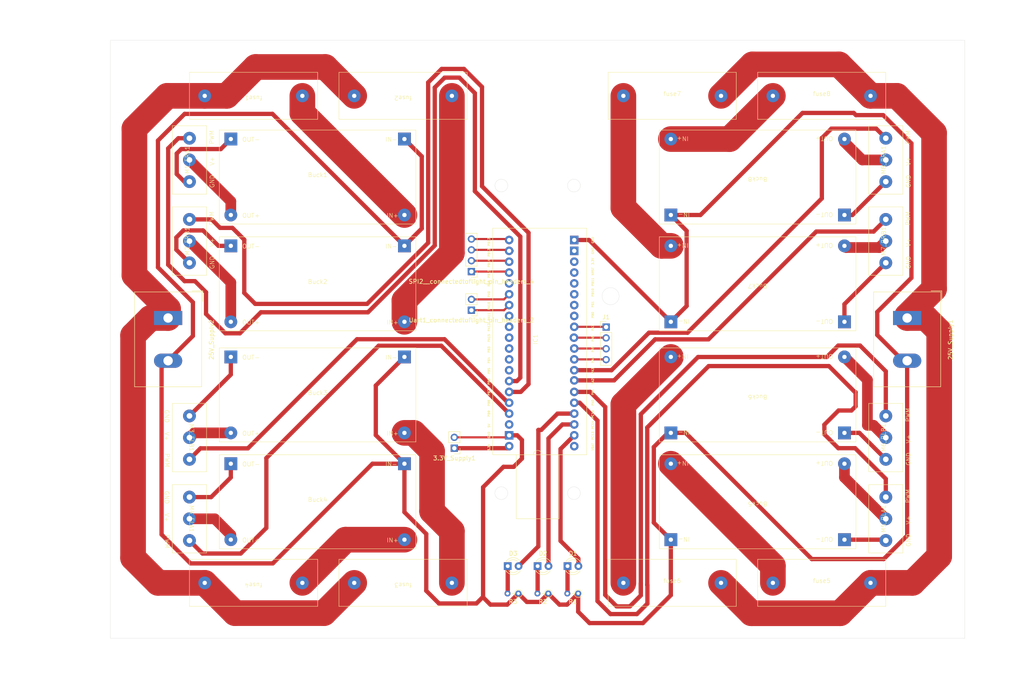
<source format=kicad_pcb>
(kicad_pcb (version 20240108) (generator "pcbnew") (generator_version "8.0")
  (layers (0 "F.Cu" signal) (31 "B.Cu" signal) (34 "B.Paste" user) (35 "F.Paste" user) (36 "B.SilkS" user "B.Silkscreen") (37 "F.SilkS" user "F.Silkscreen") (38 "B.Mask" user) (39 "F.Mask" user) (44 "Edge.Cuts" user))
  (net 0 "")
  (net 1 "GND")
  (net 2 "3.3V")
  (net 3 "Net-(Buck1-OUT+)")
  (net 4 "Net-(Buck1-OUT-)")
  (net 5 "Net-(Buck1-IN+)")
  (net 6 "Net-(Buck2-OUT+)")
  (net 7 "Net-(Buck2-IN+)")
  (net 8 "Net-(Buck2-OUT-)")
  (net 9 "Net-(Buck3-IN+)")
  (net 10 "Net-(Buck3-OUT-)")
  (net 11 "Net-(Buck3-OUT+)")
  (net 12 "Net-(Buck4-OUT-)")
  (net 13 "Net-(Buck4-OUT+)")
  (net 14 "Net-(Buck4-IN+)")
  (net 15 "Net-(Buck5-OUT+)")
  (net 16 "Net-(Buck5-IN+)")
  (net 17 "Net-(Buck5-OUT-)")
  (net 18 "Net-(Buck6-IN+)")
  (net 19 "Net-(Buck6-OUT-)")
  (net 20 "Net-(Buck6-OUT+)")
  (net 21 "Net-(Buck7-OUT+)")
  (net 22 "Net-(Buck7-IN+)")
  (net 23 "Net-(Buck7-OUT-)")
  (net 24 "Net-(Buck8-IN+)")
  (net 25 "Net-(Buck8-OUT+)")
  (net 26 "Net-(Buck8-OUT-)")
  (net 27 "Net-(D1-K)")
  (net 28 "LED1")
  (net 29 "Net-(D2-K)")
  (net 30 "LED2")
  (net 31 "LED3")
  (net 32 "Net-(D3-K)")
  (net 36 "BLA")
  (net 38 "/Tx")
  (net 39 "/Rx")
  (net 40 "BRB")
  (net 41 "/SPI2_NSS")
  (net 42 "/SPI2_SCK")
  (net 44 "FLA")
  (net 45 "FRA")
  (net 46 "/SPI2_MISO")
  (net 48 "BRA")
  (net 51 "FLB")
  (net 54 "/SPI1_SCK")
  (net 55 "FRB")
  (net 61 "BLB")
  (net 62 "/SPI1_MOSI")
  (net 63 "/SPI1_MISO")
  (net 64 "/SPI1_NSS")
  (net 65 "/SPI2_MOSI")
  (net 67 "25V1")
  (net 68 "25V2")
  (footprint "M4_PCB:Servo" (layer "F.Cu") (at 67 63 90)
    (property "Reference" "M1_FRA1")
    (property "Value" "Motor_Servo")
  )
  (footprint "M4_PCB:Fuse_Holder" (layer "F.Cu") (at 117 162 180)
    (property "Reference" "fuse3")
    (property "Value" "~")
  )
  (footprint "M4_PCB:LM2596HVS" (layer "F.Cu") (at 200 92 180)
    (property "Reference" "Buck7")
    (property "Value" "~")
  )
  (footprint "M4_PCB:LM2596HVS" (layer "F.Cu") (at 200 118 180)
    (property "Reference" "Buck6")
    (property "Value" "~")
  )
  (footprint "M4_PCB:LM2596HVS" (layer "F.Cu") (at 97 92)
    (property "Reference" "Buck2")
    (property "Value" "~")
  )
  (footprint "Resistor_THT:R_Axial_DIN0204_L3.6mm_D1.6mm_P2.54mm_Vertical" (layer "F.Cu") (at 157.995 164.49 180)
    (property "Reference" "R1")
    (property "Value" "R")
  )
  (footprint "M4_PCB:Servo" (layer "F.Cu") (at 67 82 90)
    (property "Reference" "M2_FRB1")
    (property "Value" "Motor_Servo")
  )
  (footprint "Resistor_THT:R_Axial_DIN0204_L3.6mm_D1.6mm_P2.54mm_Vertical" (layer "F.Cu") (at 143.995 164.49 180)
    (property "Reference" "R3")
    (property "Value" "R")
  )
  (footprint "Resistor_THT:R_Axial_DIN0204_L3.6mm_D1.6mm_P2.54mm_Vertical" (layer "F.Cu") (at 150.995 164.49 180)
    (property "Reference" "R2")
    (property "Value" "R")
  )
  (footprint "Connector_PinHeader_2.54mm:PinHeader_1x02_P2.54mm_Vertical" (layer "F.Cu") (at 129 130.475 180)
    (property "Reference" "3.3V_Supply1")
    (property "Value" "Screw_Terminal_01x02")
  )
  (footprint "LED_THT:LED_D3.0mm" (layer "F.Cu") (at 148.5 158.08)
    (property "Reference" "D2")
    (property "Value" "LED")
  )
  (footprint "LED_THT:LED_D3.0mm" (layer "F.Cu") (at 141.5 158.08)
    (property "Reference" "D3")
    (property "Value" "LED")
  )
  (footprint "M4_PCB:Servo" (layer "F.Cu") (at 230 63 90)
    (property "Reference" "M8_BRA1")
    (property "Value" "Motor_Servo")
  )
  (footprint "M4_PCB:Servo" (layer "F.Cu") (at 230 147 90)
    (property "Reference" "M5_BLA1")
    (property "Value" "Motor_Servo")
  )
  (footprint "TerminalBlock_Dinkle:TerminalBlock_Dinkle_DT-55-B01X-02_P10.00mm" (layer "F.Cu") (at 62 100 -90)
    (property "Reference" "25V_Supply2")
    (property "Value" "Screw_Terminal_01x02")
  )
  (footprint "M4_PCB:LM2596HVS" (layer "F.Cu") (at 97 118)
    (property "Reference" "Buck3")
    (property "Value" "~")
  )
  (footprint "M4_PCB:Fuse_Holder" (layer "F.Cu") (at 82 48 180)
    (property "Reference" "fuse1")
    (property "Value" "~")
  )
  (footprint "M4_PCB:Fuse_Holder" (layer "F.Cu") (at 215 162)
    (property "Reference" "fuse5")
    (property "Value" "~")
  )
  (footprint "M4_PCB:Fuse_Holder" (layer "F.Cu") (at 180 162)
    (property "Reference" "fuse6")
    (property "Value" "~")
  )
  (footprint "M4_PCB:Fuse_Holder" (layer "F.Cu") (at 180 48)
    (property "Reference" "fuse7")
    (property "Value" "~")
  )
  (footprint "M4_PCB:LM2596HVS" (layer "F.Cu") (at 97 67)
    (property "Reference" "Buck1")
    (property "Value" "~")
  )
  (footprint "LED_THT:LED_D3.0mm" (layer "F.Cu") (at 155.5 158.08)
    (property "Reference" "D1")
    (property "Value" "LED")
  )
  (footprint "TerminalBlock_Dinkle:TerminalBlock_Dinkle_DT-55-B01X-02_P10.00mm" (layer "F.Cu") (at 235 100 -90)
    (property "Reference" "25V_Supply1")
    (property "Value" "Screw_Terminal_01x02")
  )
  (footprint "Connector_PinHeader_2.54mm:PinHeader_1x04_P2.54mm_Vertical" (layer "F.Cu") (at 133 89.13 180)
    (property "Reference" "SPI2__connectedtoflight_pin_headers_4")
    (property "Value" "Screw_Terminal_01x04")
  )
  (footprint "M4_PCB:Servo" (layer "F.Cu") (at 230 128 90)
    (property "Reference" "M6_BLB1")
    (property "Value" "Motor_Servo")
  )
  (footprint "M4_PCB:LM2596HVS" (layer "F.Cu") (at 200 67 180)
    (property "Reference" "Buck8")
    (property "Value" "~")
  )
  (footprint "Connector_PinHeader_2.54mm:PinHeader_1x04_P2.54mm_Vertical" (layer "F.Cu") (at 164.53 102.12)
    (property "Reference" "J1")
    (property "Value" "Screw_Terminal_01x04")
  )
  (footprint "M4_PCB:Servo" (layer "F.Cu") (at 67 128 -90)
    (property "Reference" "M3_FLB1")
    (property "Value" "Motor_Servo")
  )
  (footprint "M4_PCB:Servo" (layer "F.Cu") (at 230 82 90)
    (property "Reference" "M7_BRB1")
    (property "Value" "Motor_Servo")
  )
  (footprint "Connector_PinHeader_2.54mm:PinHeader_1x02_P2.54mm_Vertical" (layer "F.Cu") (at 133 98.175 180)
    (property "Reference" "Uart1_connectedtoflight_pin_headers_2")
    (property "Value" "Screw_Terminal_01x02")
  )
  (footprint "M4_PCB:Fuse_Holder" (layer "F.Cu") (at 82 162 180)
    (property "Reference" "fuse4")
    (property "Value" "~")
  )
  (footprint "M4_PCB:Fuse_Holder" (layer "F.Cu") (at 117 48 180)
    (property "Reference" "fuse2")
    (property "Value" "~")
  )
  (footprint "M4_PCB:LM2596HVS" (layer "F.Cu") (at 97 143)
    (property "Reference" "Buck4")
    (property "Value" "~")
  )
  (footprint "M4_PCB:LM2596HVS" (layer "F.Cu") (at 200 143 180)
    (property "Reference" "Buck5")
    (property "Value" "~")
  )
  (footprint "M4_PCB:blue_pill" (layer "F.Cu") (at 148.5 105 90)
    (property "Reference" "IC1")
    (property "Value" "~")
  )
  (footprint "M4_PCB:Fuse_Holder" (layer "F.Cu") (at 215 48)
    (property "Reference" "fuse8")
    (property "Value" "~")
  )
  (footprint "M4_PCB:Servo" (layer "F.Cu") (at 67 147 -90)
    (property "Reference" "M4_FLA1")
    (property "Value" "Motor_Servo")
  )
  (gr_circle (center 157 69) (end 158.5 69) (stroke (width 0.05)) (fill none) (layer "Edge.Cuts"))
  (gr_circle (center 157 141) (end 158.5 141) (stroke (width 0.05)) (fill none) (layer "Edge.Cuts"))
  (gr_circle (center 165.572843 94.89) (end 167.572843 94.89) (stroke (width 0.05)) (fill none) (layer "Edge.Cuts"))
  (gr_circle (center 140 69) (end 141.5 69) (stroke (width 0.05)) (fill none) (layer "Edge.Cuts"))
  (gr_circle (center 140 141) (end 141.5 141) (stroke (width 0.05)) (fill none) (layer "Edge.Cuts"))
  (gr_rect (start 48.5 35) (end 248.5 175) (stroke (width 0.05)) (fill none) (layer "Edge.Cuts"))
  (segment (start 179.68 100.89) (end 160.53 81.74) (width 1) (layer "F.Cu") (net 1))
  (segment (start 210.5 52) (end 222.5 52) (width 1) (layer "F.Cu") (net 1))
  (segment (start 59.63 58.46) (end 65.87 52.22) (width 1) (layer "F.Cu") (net 1))
  (segment (start 235 110.98) (end 235 150.94) (width 1) (layer "F.Cu") (net 1))
  (segment (start 186.61 75.89) (end 210.5 52) (width 1) (layer "F.Cu") (net 1))
  (segment (start 236 59.13) (end 236 90.59) (width 1) (layer "F.Cu") (net 1))
  (segment (start 228 103.98) (end 235 110.98) (width 1) (layer "F.Cu") (net 1))
  (segment (start 125.4 166.82) (end 134.17 166.82) (width 1) (layer "F.Cu") (net 1))
  (segment (start 155.395 167.09) (end 157.995 164.49) (width 1) (layer "F.Cu") (net 1))
  (segment (start 160.64 171.41) (end 157.995 168.765) (width 1) (layer "F.Cu") (net 1))
  (segment (start 144.83 132.9) (end 144.83 128.56) (width 1) (layer "F.Cu") (net 1))
  (segment (start 121.38 79.05) (end 121.38 62.17) (width 1) (layer "F.Cu") (net 1))
  (segment (start 59.63 88.15) (end 59.63 58.46) (width 1) (layer "F.Cu") (net 1))
  (segment (start 62 110) (end 60.47 111.53) (width 1) (layer "F.Cu") (net 1))
  (segment (start 134.17 166.82) (end 135.73 165.26) (width 1) (layer "F.Cu") (net 1))
  (segment (start 117.32 83.11) (end 121.38 79.05) (width 1) (layer "F.Cu") (net 1))
  (segment (start 86.43 52.22) (end 117.32 83.11) (width 1) (layer "F.Cu") (net 1))
  (segment (start 143.995 164.49) (end 144 164.49) (width 1) (layer "F.Cu") (net 1))
  (segment (start 183.38 79.59) (end 183.38 97.19) (width 1) (layer "F.Cu") (net 1))
  (segment (start 137.44 167.09) (end 141.395 167.09) (width 1) (layer "F.Cu") (net 1))
  (segment (start 109.84 134.11) (end 117.32 134.11) (width 1) (layer "F.Cu") (net 1))
  (segment (start 229.51 156.43) (end 212.67 156.43) (width 1) (layer "F.Cu") (net 1))
  (segment (start 135.73 139.61) (end 140.5 134.84) (width 1) (layer "F.Cu") (net 1))
  (segment (start 222.5 52) (end 223 52.5) (width 1) (layer "F.Cu") (net 1))
  (segment (start 183.13 126.89) (end 179.68 126.89) (width 1) (layer "F.Cu") (net 1))
  (segment (start 117.32 134.11) (end 117.32 145.44) (width 1) (layer "F.Cu") (net 1))
  (segment (start 60.47 111.53) (end 60.47 150.67) (width 1) (layer "F.Cu") (net 1))
  (segment (start 122.43 163.85) (end 125.4 166.82) (width 1) (layer "F.Cu") (net 1))
  (segment (start 67.81 96.33) (end 59.63 88.15) (width 1) (layer "F.Cu") (net 1))
  (segment (start 235 150.94) (end 229.51 156.43) (width 1) (layer "F.Cu") (net 1))
  (segment (start 117.32 134.11) (end 110.62 127.41) (width 1) (layer "F.Cu") (net 1))
  (segment (start 173.15 171.41) (end 160.64 171.41) (width 1) (layer "F.Cu") (net 1))
  (segment (start 143.73 127.46) (end 141.83 127.46) (width 1) (layer "F.Cu") (net 1))
  (segment (start 135.73 165.38) (end 137.44 167.09) (width 1) (layer "F.Cu") (net 1))
  (segment (start 67.24 157.44) (end 86.51 157.44) (width 1) (layer "F.Cu") (net 1))
  (segment (start 141.395 167.09) (end 143.995 164.49) (width 1) (layer "F.Cu") (net 1))
  (segment (start 223 52.5) (end 229.37 52.5) (width 1) (layer "F.Cu") (net 1))
  (segment (start 160.53 81.74) (end 157.07 81.74) (width 1) (layer "F.Cu") (net 1))
  (segment (start 145.975 166.465) (end 149.02 166.465) (width 1) (layer "F.Cu") (net 1))
  (segment (start 212.67 156.43) (end 183.13 126.89) (width 1) (layer "F.Cu") (net 1))
  (segment (start 135.73 165.26) (end 135.73 139.61) (width 1) (layer "F.Cu") (net 1))
  (segment (start 144 164.49) (end 145.975 166.465) (width 1) (layer "F.Cu") (net 1))
  (segment (start 60.47 150.67) (end 67.24 157.44) (width 1) (layer "F.Cu") (net 1))
  (segment (start 236 90.59) (end 228 98.59) (width 1) (layer "F.Cu") (net 1))
  (segment (start 140.5 134.84) (end 142.89 134.84) (width 1) (layer "F.Cu") (net 1))
  (segment (start 86.51 157.44) (end 109.84 134.11) (width 1) (layer "F.Cu") (net 1))
  (segment (start 141.85 127.44) (end 141.83 127.46) (width 1) (layer "F.Cu") (net 1))
  (segment (start 142.89 134.84) (end 144.83 132.9) (width 1) (layer "F.Cu") (net 1))
  (segment (start 110.62 127.41) (end 110.62 115.81) (width 1) (layer "F.Cu") (net 1))
  (segment (start 110.62 115.81) (end 117.32 109.11) (width 1) (layer "F.Cu") (net 1))
  (segment (start 62 110) (end 67.81 104.19) (width 1) (layer "F.Cu") (net 1))
  (segment (start 67.81 104.19) (end 67.81 96.33) (width 1) (layer "F.Cu") (net 1))
  (segment (start 129 127.935) (end 141.355 127.935) (width 0.5) (layer "F.Cu") (net 1))
  (segment (start 179.68 75.89) (end 186.61 75.89) (width 1) (layer "F.Cu") (net 1))
  (segment (start 157.995 168.765) (end 157.995 164.49) (width 1) (layer "F.Cu") (net 1))
  (segment (start 141.355 127.935) (end 141.83 127.46) (width 0.5) (layer "F.Cu") (net 1))
  (segment (start 135.73 165.26) (end 135.73 165.38) (width 1) (layer "F.Cu") (net 1))
  (segment (start 179 126.89) (end 175.7 130.19) (width 1) (layer "F.Cu") (net 1))
  (segment (start 179.68 151.89) (end 179.68 164.88) (width 1) (layer "F.Cu") (net 1))
  (segment (start 179.68 75.89) (end 183.38 79.59) (width 1) (layer "F.Cu") (net 1))
  (segment (start 121.38 62.17) (end 117.32 58.11) (width 1) (layer "F.Cu") (net 1))
  (segment (start 229.37 52.5) (end 236 59.13) (width 1) (layer "F.Cu") (net 1))
  (segment (start 122.43 150.55) (end 122.43 163.85) (width 1) (layer "F.Cu") (net 1))
  (segment (start 150.995 164.49) (end 153.595 167.09) (width 1) (layer "F.Cu") (net 1))
  (segment (start 179.68 164.88) (end 173.15 171.41) (width 1) (layer "F.Cu") (net 1))
  (segment (start 183.38 97.19) (end 179.68 100.89) (width 1) (layer "F.Cu") (net 1))
  (segment (start 149.02 166.465) (end 150.995 164.49) (width 1) (layer "F.Cu") (net 1))
  (segment (start 179.68 126.89) (end 179 126.89) (width 1) (layer "F.Cu") (net 1))
  (segment (start 175.7 130.19) (end 175.7 147.91) (width 1) (layer "F.Cu") (net 1))
  (segment (start 144.83 128.56) (end 143.73 127.46) (width 1) (layer "F.Cu") (net 1))
  (segment (start 65.87 52.22) (end 86.43 52.22) (width 1) (layer "F.Cu") (net 1))
  (segment (start 228 98.59) (end 228 103.98) (width 1) (layer "F.Cu") (net 1))
  (segment (start 153.595 167.09) (end 155.395 167.09) (width 1) (layer "F.Cu") (net 1))
  (segment (start 175.7 147.91) (end 179.68 151.89) (width 1) (layer "F.Cu") (net 1))
  (segment (start 117.32 145.44) (end 122.43 150.55) (width 1) (layer "F.Cu") (net 1))
  (segment (start 141.355 130.475) (end 141.83 130) (width 1) (layer "F.Cu") (net 2))
  (segment (start 129 130.475) (end 141.355 130.475) (width 1) (layer "F.Cu") (net 2))
  (segment (start 76.68 75.89) (end 76.68 72.68) (width 2.5) (layer "F.Cu") (net 3))
  (segment (start 76.68 72.68) (end 67 63) (width 2.5) (layer "F.Cu") (net 3))
  (segment (start 65.08 60.45) (end 64.02 61.51) (width 1) (layer "F.Cu") (net 4))
  (segment (start 74.34 60.45) (end 65.08 60.45) (width 1) (layer "F.Cu") (net 4))
  (segment (start 64.02 61.51) (end 64.02 66.3) (width 1) (layer "F.Cu") (net 4))
  (segment (start 65.8 68.08) (end 67 68.08) (width 1) (layer "F.Cu") (net 4))
  (segment (start 76.68 58.11) (end 74.34 60.45) (width 1) (layer "F.Cu") (net 4))
  (segment (start 64.02 66.3) (end 65.8 68.08) (width 1) (layer "F.Cu") (net 4))
  (segment (start 93.43 48) (end 93.43 52) (width 6) (layer "F.Cu") (net 5))
  (segment (start 93.43 52) (end 117.32 75.89) (width 6) (layer "F.Cu") (net 5))
  (segment (start 76.68 91.68) (end 67 82) (width 2.5) (layer "F.Cu") (net 6))
  (segment (start 76.68 100.89) (end 76.68 91.68) (width 2.5) (layer "F.Cu") (net 6))
  (segment (start 128.43 84.78) (end 117.32 95.89) (width 6) (layer "F.Cu") (net 7))
  (segment (start 117.32 95.89) (end 117.32 100.89) (width 6) (layer "F.Cu") (net 7))
  (segment (start 128.43 48) (end 128.43 84.78) (width 6) (layer "F.Cu") (net 7))
  (segment (start 65.57 79.5) (end 63.93 81.14) (width 1) (layer "F.Cu") (net 8))
  (segment (start 63.93 84.01) (end 67 87.08) (width 1) (layer "F.Cu") (net 8))
  (segment (start 63.93 81.14) (end 63.93 84.01) (width 1) (layer "F.Cu") (net 8))
  (segment (start 70.17 79.5) (end 65.57 79.5) (width 1) (layer "F.Cu") (net 8))
  (segment (start 73.78 83.11) (end 70.17 79.5) (width 1) (layer "F.Cu") (net 8))
  (segment (start 76.68 83.11) (end 73.78 83.11) (width 1) (layer "F.Cu") (net 8))
  (segment (start 119.5 126.89) (end 117.32 126.89) (width 6) (layer "F.Cu") (net 9))
  (segment (start 128.43 162) (end 128.43 149.88) (width 6) (layer "F.Cu") (net 9))
  (segment (start 123.79 131.18) (end 119.5 126.89) (width 6) (layer "F.Cu") (net 9))
  (segment (start 128.43 149.88) (end 123.79 145.24) (width 6) (layer "F.Cu") (net 9))
  (segment (start 123.79 145.24) (end 123.79 131.18) (width 6) (layer "F.Cu") (net 9))
  (segment (start 76.68 109.11) (end 76.68 113.24) (width 1) (layer "F.Cu") (net 10))
  (segment (start 76.68 113.24) (end 67 122.92) (width 1) (layer "F.Cu") (net 10))
  (segment (start 76.68 126.89) (end 68.11 126.89) (width 2.5) (layer "F.Cu") (net 11))
  (segment (start 68.11 126.89) (end 67 128) (width 2.5) (layer "F.Cu") (net 11))
  (segment (start 76.68 134.11) (end 76.68 137.32) (width 1) (layer "F.Cu") (net 12))
  (segment (start 76.68 137.32) (end 72.08 141.92) (width 1) (layer "F.Cu") (net 12))
  (segment (start 72.08 141.92) (end 67 141.92) (width 1) (layer "F.Cu") (net 12))
  (segment (start 76.68 150.77) (end 72.91 147) (width 2.5) (layer "F.Cu") (net 13))
  (segment (start 76.68 151.89) (end 76.68 150.77) (width 2.5) (layer "F.Cu") (net 13))
  (segment (start 72.91 147) (end 67 147) (width 2.5) (layer "F.Cu") (net 13))
  (segment (start 103.54 151.89) (end 117.32 151.89) (width 6) (layer "F.Cu") (net 14))
  (segment (start 93.43 162) (end 103.54 151.89) (width 6) (layer "F.Cu") (net 14))
  (segment (start 220.32 137.32) (end 230 147) (width 2.5) (layer "F.Cu") (net 15))
  (segment (start 220.32 134.11) (end 220.32 137.32) (width 2.5) (layer "F.Cu") (net 15))
  (segment (start 203.57 158) (end 179.68 134.11) (width 6) (layer "F.Cu") (net 16))
  (segment (start 203.57 162) (end 203.57 158) (width 6) (layer "F.Cu") (net 16))
  (segment (start 229.81 151.89) (end 230 152.08) (width 1) (layer "F.Cu") (net 17))
  (segment (start 220.32 151.89) (end 229.81 151.89) (width 1) (layer "F.Cu") (net 17))
  (segment (start 168.57 120.22) (end 179.68 109.11) (width 6) (layer "F.Cu") (net 18))
  (segment (start 168.57 162) (end 168.57 120.22) (width 6) (layer "F.Cu") (net 18))
  (segment (start 220.32 126.89) (end 223.81 126.89) (width 1) (layer "F.Cu") (net 19))
  (segment (start 223.81 126.89) (end 230 133.08) (width 1) (layer "F.Cu") (net 19))
  (segment (start 225.7 125.11) (end 227.11 125.11) (width 2.5) (layer "F.Cu") (net 20))
  (segment (start 220.32 109.11) (end 225.7 114.49) (width 2.5) (layer "F.Cu") (net 20))
  (segment (start 225.7 114.49) (end 225.7 125.11) (width 2.5) (layer "F.Cu") (net 20))
  (segment (start 227.11 125.11) (end 230 128) (width 2.5) (layer "F.Cu") (net 20))
  (segment (start 220.71 83.5) (end 228.5 83.5) (width 2.5) (layer "F.Cu") (net 21))
  (segment (start 220.32 83.11) (end 220.71 83.5) (width 2.5) (layer "F.Cu") (net 21))
  (segment (start 228.5 83.5) (end 230 82) (width 2.5) (layer "F.Cu") (net 21))
  (segment (start 168.57 48) (end 168.57 74.18) (width 6) (layer "F.Cu") (net 22))
  (segment (start 177.5 83.11) (end 179.68 83.11) (width 6) (layer "F.Cu") (net 22))
  (segment (start 168.57 74.18) (end 177.5 83.11) (width 6) (layer "F.Cu") (net 22))
  (segment (start 220.32 100.89) (end 220.32 96.76) (width 1) (layer "F.Cu") (net 23))
  (segment (start 220.32 96.76) (end 230 87.08) (width 1) (layer "F.Cu") (net 23))
  (segment (start 203.57 48) (end 193.46 58.11) (width 6) (layer "F.Cu") (net 24))
  (segment (start 193.46 58.11) (end 179.68 58.11) (width 6) (layer "F.Cu") (net 24))
  (segment (start 220.32 58.11) (end 220.32 58.82) (width 2.5) (layer "F.Cu") (net 25))
  (segment (start 220.32 58.82) (end 224.5 63) (width 2.5) (layer "F.Cu") (net 25))
  (segment (start 224.5 63) (end 230 63) (width 2.5) (layer "F.Cu") (net 25))
  (segment (start 220.32 75.89) (end 222.19 75.89) (width 1) (layer "F.Cu") (net 26))
  (segment (start 222.19 75.89) (end 230 68.08) (width 1) (layer "F.Cu") (net 26))
  (segment (start 155.5 164.445) (end 155.455 164.49) (width 1) (layer "F.Cu") (net 27))
  (segment (start 155.5 158.08) (end 155.5 164.445) (width 1) (layer "F.Cu") (net 27))
  (segment (start 153.86 130.67) (end 157.07 127.46) (width 1) (layer "F.Cu") (net 28))
  (segment (start 158.04 156.35) (end 153.86 152.17) (width 1) (layer "F.Cu") (net 28))
  (segment (start 158.04 158.08) (end 158.04 156.35) (width 1) (layer "F.Cu") (net 28))
  (segment (start 153.86 152.17) (end 153.86 130.67) (width 1) (layer "F.Cu") (net 28))
  (segment (start 148.5 164.445) (end 148.455 164.49) (width 1) (layer "F.Cu") (net 29))
  (segment (start 148.5 158.08) (end 148.5 164.445) (width 1) (layer "F.Cu") (net 29))
  (segment (start 157.07 124.92) (end 154.3 124.92) (width 1) (layer "F.Cu") (net 30))
  (segment (start 154.3 124.92) (end 151.04 128.18) (width 1) (layer "F.Cu") (net 30))
  (segment (start 151.04 128.18) (end 151.04 158.08) (width 1) (layer "F.Cu") (net 30))
  (segment (start 148.67 126.2) (end 149.34 126.2) (width 1) (layer "F.Cu") (net 31))
  (segment (start 144.04 158.08) (end 148.67 153.45) (width 1) (layer "F.Cu") (net 31))
  (segment (start 148.67 153.45) (end 148.67 126.2) (width 1) (layer "F.Cu") (net 31))
  (segment (start 153.16 122.38) (end 157.07 122.38) (width 1) (layer "F.Cu") (net 31))
  (segment (start 149.34 126.2) (end 153.16 122.38) (width 1) (layer "F.Cu") (net 31))
  (segment (start 141.5 164.445) (end 141.455 164.49) (width 1) (layer "F.Cu") (net 32))
  (segment (start 141.5 158.08) (end 141.5 164.445) (width 1) (layer "F.Cu") (net 32))
  (segment (start 221.96 121.65) (end 218.94 121.65) (width 1) (layer "F.Cu") (net 36))
  (segment (start 171.74 169.3) (end 174.2 166.84) (width 1) (layer "F.Cu") (net 36))
  (segment (start 222.78 117.36) (end 222.93 117.36) (width 1) (layer "F.Cu") (net 36))
  (segment (start 218.94 121.65) (end 215.62 124.97) (width 1) (layer "F.Cu") (net 36))
  (segment (start 222.82 130.47) (end 230 137.65) (width 1) (layer "F.Cu") (net 36))
  (segment (start 222.93 117.36) (end 222.93 120.68) (width 1) (layer "F.Cu") (net 36))
  (segment (start 222.93 120.68) (end 221.96 121.65) (width 1) (layer "F.Cu") (net 36))
  (segment (start 174.2 162.512944) (end 174.16 162.472944) (width 1) (layer "F.Cu") (net 36))
  (segment (start 230 137.65) (end 230 141.92) (width 1) (layer "F.Cu") (net 36))
  (segment (start 188.54 111.25) (end 216.67 111.25) (width 1) (layer "F.Cu") (net 36))
  (segment (start 215.62 124.97) (end 215.62 127.21) (width 1) (layer "F.Cu") (net 36))
  (segment (start 216.67 111.25) (end 222.78 117.36) (width 1) (layer "F.Cu") (net 36))
  (segment (start 162.51 124.01) (end 162.51 166.26) (width 1) (layer "F.Cu") (net 36))
  (segment (start 215.62 127.21) (end 218.88 130.47) (width 1) (layer "F.Cu") (net 36))
  (segment (start 157.07 119.84) (end 158.34 119.84) (width 1) (layer "F.Cu") (net 36))
  (segment (start 158.34 119.84) (end 162.51 124.01) (width 1) (layer "F.Cu") (net 36))
  (segment (start 174.16 125.63) (end 188.54 111.25) (width 1) (layer "F.Cu") (net 36))
  (segment (start 174.16 162.472944) (end 174.16 125.63) (width 1) (layer "F.Cu") (net 36))
  (segment (start 162.51 166.26) (end 165.55 169.3) (width 1) (layer "F.Cu") (net 36))
  (segment (start 174.2 166.84) (end 174.2 162.512944) (width 1) (layer "F.Cu") (net 36))
  (segment (start 165.55 169.3) (end 171.74 169.3) (width 1) (layer "F.Cu") (net 36))
  (segment (start 218.88 130.47) (end 222.82 130.47) (width 1) (layer "F.Cu") (net 36))
  (segment (start 133 95.635) (end 140.635 95.635) (width 0.5) (layer "F.Cu") (net 38))
  (segment (start 140.635 95.635) (end 141.83 94.44) (width 0.5) (layer "F.Cu") (net 38))
  (segment (start 133 98.175) (end 140.635 98.175) (width 0.5) (layer "F.Cu") (net 39))
  (segment (start 140.635 98.175) (end 141.83 96.98) (width 0.5) (layer "F.Cu") (net 39))
  (segment (start 176 105) (end 188.482944 105) (width 1) (layer "F.Cu") (net 40))
  (segment (start 188.482944 105) (end 213.722944 79.76) (width 1) (layer "F.Cu") (net 40))
  (segment (start 227.16 79.76) (end 230 76.92) (width 1) (layer "F.Cu") (net 40))
  (segment (start 166.4 114.6) (end 176 105) (width 1) (layer "F.Cu") (net 40))
  (segment (start 213.722944 79.76) (end 227.16 79.76) (width 1) (layer "F.Cu") (net 40))
  (segment (start 157.07 114.6) (end 166.4 114.6) (width 1) (layer "F.Cu") (net 40))
  (segment (start 141.6 81.51) (end 141.83 81.74) (width 0.5) (layer "F.Cu") (net 41))
  (segment (start 133 81.51) (end 141.6 81.51) (width 0.5) (layer "F.Cu") (net 41))
  (segment (start 133 84.05) (end 142.42 84.05) (width 0.5) (layer "F.Cu") (net 42))
  (segment (start 142.42 84.05) (end 142.65 84.28) (width 0.5) (layer "F.Cu") (net 42))
  (segment (start 142.65 84.28) (end 141.83 84.28) (width 0.5) (layer "F.Cu") (net 42))
  (segment (start 85 132.78) (end 85 149.13) (width 1) (layer "F.Cu") (net 44))
  (segment (start 111.28 106.5) (end 85 132.78) (width 1) (layer "F.Cu") (net 44))
  (segment (start 125.95 106.5) (end 111.28 106.5) (width 1) (layer "F.Cu") (net 44))
  (segment (start 79 155.13) (end 70.05 155.13) (width 1) (layer "F.Cu") (net 44))
  (segment (start 141.83 122.38) (end 125.95 106.5) (width 1) (layer "F.Cu") (net 44))
  (segment (start 85 149.13) (end 79 155.13) (width 1) (layer "F.Cu") (net 44))
  (segment (start 70.05 155.13) (end 67 152.08) (width 1) (layer "F.Cu") (net 44))
  (segment (start 62.02 60.29) (end 62.02 87.53) (width 1) (layer "F.Cu") (net 45))
  (segment (start 108.79 98.66) (end 124.42 83.03) (width 1) (layer "F.Cu") (net 45))
  (segment (start 124.42 46.05) (end 126.74 43.73) (width 1) (layer "F.Cu") (net 45))
  (segment (start 83.72 98.66) (end 108.79 98.66) (width 1) (layer "F.Cu") (net 45))
  (segment (start 67 57.92) (end 64.39 57.92) (width 1) (layer "F.Cu") (net 45))
  (segment (start 130.17 43.73) (end 133.81 47.37) (width 1) (layer "F.Cu") (net 45))
  (segment (start 68.28 91.37) (end 70.88 93.97) (width 1) (layer "F.Cu") (net 45))
  (segment (start 75.41 103.58) (end 78.8 103.58) (width 1) (layer "F.Cu") (net 45))
  (segment (start 65.86 91.37) (end 68.28 91.37) (width 1) (layer "F.Cu") (net 45))
  (segment (start 124.42 83.03) (end 124.42 46.05) (width 1) (layer "F.Cu") (net 45))
  (segment (start 144.45 80.96) (end 144.45 113.95) (width 1) (layer "F.Cu") (net 45))
  (segment (start 126.74 43.73) (end 130.17 43.73) (width 1) (layer "F.Cu") (net 45))
  (segment (start 143.64 114.76) (end 141.83 114.76) (width 1) (layer "F.Cu") (net 45))
  (segment (start 144.45 113.95) (end 143.64 114.76) (width 1) (layer "F.Cu") (net 45))
  (segment (start 70.88 99.05) (end 75.41 103.58) (width 1) (layer "F.Cu") (net 45))
  (segment (start 133.81 47.37) (end 133.81 70.32) (width 1) (layer "F.Cu") (net 45))
  (segment (start 62.02 87.53) (end 65.86 91.37) (width 1) (layer "F.Cu") (net 45))
  (segment (start 64.39 57.92) (end 62.02 60.29) (width 1) (layer "F.Cu") (net 45))
  (segment (start 70.88 93.97) (end 70.88 99.05) (width 1) (layer "F.Cu") (net 45))
  (segment (start 78.8 103.58) (end 83.72 98.66) (width 1) (layer "F.Cu") (net 45))
  (segment (start 133.81 70.32) (end 144.45 80.96) (width 1) (layer "F.Cu") (net 45))
  (segment (start 133 86.59) (end 141.6 86.59) (width 0.5) (layer "F.Cu") (net 46))
  (segment (start 141.6 86.59) (end 141.83 86.82) (width 0.5) (layer "F.Cu") (net 46))
  (segment (start 215.03 57.85) (end 215.08 57.85) (width 1) (layer "F.Cu") (net 48))
  (segment (start 183.59 103.44) (end 215.03 72) (width 1) (layer "F.Cu") (net 48))
  (segment (start 157.07 112.22) (end 165.78 112.22) (width 1) (layer "F.Cu") (net 48))
  (segment (start 215.08 57.85) (end 217.26 55.67) (width 1) (layer "F.Cu") (net 48))
  (segment (start 217.26 55.67) (end 227.75 55.67) (width 1) (layer "F.Cu") (net 48))
  (segment (start 215.03 72) (end 215.03 57.85) (width 1) (layer "F.Cu") (net 48))
  (segment (start 174.56 103.44) (end 183.59 103.44) (width 1) (layer "F.Cu") (net 48))
  (segment (start 227.75 55.67) (end 230 57.92) (width 1) (layer "F.Cu") (net 48))
  (segment (start 165.78 112.22) (end 174.56 103.44) (width 1) (layer "F.Cu") (net 48))
  (segment (start 80.68 130.51) (end 69.57 130.51) (width 1) (layer "F.Cu") (net 51))
  (segment (start 141.83 119.84) (end 141.58 119.84) (width 1) (layer "F.Cu") (net 51))
  (segment (start 106.22 104.97) (end 80.68 130.51) (width 1) (layer "F.Cu") (net 51))
  (segment (start 69.57 130.51) (end 67 133.08) (width 1) (layer "F.Cu") (net 51))
  (segment (start 141.58 119.84) (end 126.71 104.97) (width 1) (layer "F.Cu") (net 51))
  (segment (start 126.71 104.97) (end 106.22 104.97) (width 1) (layer "F.Cu") (net 51))
  (segment (start 164.47 107.14) (end 164.53 107.2) (width 0.5) (layer "F.Cu") (net 54))
  (segment (start 157.07 107.14) (end 164.47 107.14) (width 0.5) (layer "F.Cu") (net 54))
  (segment (start 108.58 96.7) (end 82.4 96.7) (width 1) (layer "F.Cu") (net 55))
  (segment (start 77.06 78.91) (end 74.177056 78.91) (width 1) (layer "F.Cu") (net 55))
  (segment (start 131.27 41.7) (end 126.03 41.7) (width 1) (layer "F.Cu") (net 55))
  (segment (start 141.83 117.3) (end 144.54 117.3) (width 1) (layer "F.Cu") (net 55))
  (segment (start 135.48 45.91) (end 131.27 41.7) (width 1) (layer "F.Cu") (net 55))
  (segment (start 122.88 82.4) (end 108.58 96.7) (width 1) (layer "F.Cu") (net 55))
  (segment (start 146.37 80.05) (end 135.48 69.16) (width 1) (layer "F.Cu") (net 55))
  (segment (start 126.03 41.7) (end 122.88 44.85) (width 1) (layer "F.Cu") (net 55))
  (segment (start 72.187056 76.92) (end 67 76.92) (width 1) (layer "F.Cu") (net 55))
  (segment (start 79.83 94.13) (end 79.83 81.68) (width 1) (layer "F.Cu") (net 55))
  (segment (start 122.88 44.85) (end 122.88 82.4) (width 1) (layer "F.Cu") (net 55))
  (segment (start 144.54 117.3) (end 146.37 115.47) (width 1) (layer "F.Cu") (net 55))
  (segment (start 74.177056 78.91) (end 72.187056 76.92) (width 1) (layer "F.Cu") (net 55))
  (segment (start 82.4 96.7) (end 79.83 94.13) (width 1) (layer "F.Cu") (net 55))
  (segment (start 135.48 69.16) (end 135.48 45.91) (width 1) (layer "F.Cu") (net 55))
  (segment (start 146.37 115.47) (end 146.37 80.05) (width 1) (layer "F.Cu") (net 55))
  (segment (start 79.83 81.68) (end 77.06 78.91) (width 1) (layer "F.Cu") (net 55))
  (segment (start 160.8 117.3) (end 164.32 120.82) (width 1) (layer "F.Cu") (net 61))
  (segment (start 172.66 162.11) (end 172.66 164.22) (width 1) (layer "F.Cu") (net 61))
  (segment (start 216.19 109.13) (end 218.87 106.45) (width 1) (layer "F.Cu") (net 61))
  (segment (start 172.66 122.52) (end 186.05 109.13) (width 1) (layer "F.Cu") (net 61))
  (segment (start 230 112.48) (end 230 122.92) (width 1) (layer "F.Cu") (net 61))
  (segment (start 167.002944 167.502944) (end 170.087056 167.502944) (width 1) (layer "F.Cu") (net 61))
  (segment (start 223.97 106.45) (end 230 112.48) (width 1) (layer "F.Cu") (net 61))
  (segment (start 218.87 106.45) (end 223.97 106.45) (width 1) (layer "F.Cu") (net 61))
  (segment (start 157.07 117.3) (end 160.8 117.3) (width 1) (layer "F.Cu") (net 61))
  (segment (start 164.32 120.82) (end 164.32 164.82) (width 1) (layer "F.Cu") (net 61))
  (segment (start 170.087056 167.502944) (end 172.66 164.93) (width 1) (layer "F.Cu") (net 61))
  (segment (start 164.32 164.82) (end 167.002944 167.502944) (width 1) (layer "F.Cu") (net 61))
  (segment (start 172.66 164.22) (end 172.66 122.52) (width 1) (layer "F.Cu") (net 61))
  (segment (start 186.05 109.13) (end 216.19 109.13) (width 1) (layer "F.Cu") (net 61))
  (segment (start 172.66 164.93) (end 172.66 164.22) (width 1) (layer "F.Cu") (net 61))
  (segment (start 157.07 102.06) (end 164.47 102.06) (width 0.5) (layer "F.Cu") (net 62))
  (segment (start 164.47 102.06) (end 164.53 102.12) (width 0.5) (layer "F.Cu") (net 62))
  (segment (start 157 104.6) (end 164.47 104.6) (width 0.5) (layer "F.Cu") (net 63))
  (segment (start 164.47 104.6) (end 164.53 104.66) (width 0.5) (layer "F.Cu") (net 63))
  (segment (start 157.07 109.68) (end 164.47 109.68) (width 0.5) (layer "F.Cu") (net 64))
  (segment (start 164.47 109.68) (end 164.53 109.74) (width 0.5) (layer "F.Cu") (net 64))
  (segment (start 141.6 89.13) (end 141.83 89.36) (width 0.5) (layer "F.Cu") (net 65))
  (segment (start 133 89.13) (end 141.6 89.13) (width 0.5) (layer "F.Cu") (net 65))
  (segment (start 236.26 162) (end 242.5 155.76) (width 6) (layer "F.Cu") (net 67))
  (segment (start 198.79 40.64) (end 191.43 48) (width 6) (layer "F.Cu") (net 67))
  (segment (start 241.3 93.2) (end 241.3 56.69) (width 6) (layer "F.Cu") (net 67))
  (segment (start 219.07 40.64) (end 198.79 40.64) (width 6) (layer "F.Cu") (net 67))
  (segment (start 241.3 56.69) (end 232.61 48) (width 6) (layer "F.Cu") (net 67))
  (segment (start 226.43 162) (end 219.32 169.11) (width 6) (layer "F.Cu") (net 67))
  (segment (start 198.54 169.11) (end 191.43 162) (width 6) (layer "F.Cu") (net 67))
  (segment (start 226.43 48) (end 219.07 40.64) (width 6) (layer "F.Cu") (net 67))
  (segment (start 242.5 103.09) (end 239.41 100) (width 6) (layer "F.Cu") (net 67))
  (segment (start 235 99.5) (end 241.3 93.2) (width 6) (layer "F.Cu") (net 67))
  (segment (start 226.43 162) (end 236.26 162) (width 6) (layer "F.Cu") (net 67))
  (segment (start 239.41 100) (end 235 100) (width 6) (layer "F.Cu") (net 67))
  (segment (start 219.32 169.11) (end 198.54 169.11) (width 6) (layer "F.Cu") (net 67))
  (segment (start 232.61 48) (end 226.43 48) (width 6) (layer "F.Cu") (net 67))
  (segment (start 242.5 155.76) (end 242.5 103.09) (width 6) (layer "F.Cu") (net 67))
  (segment (start 235 100) (end 235 99.5) (width 6) (layer "F.Cu") (net 67))
  (segment (start 57.86 100) (end 53.8 104.06) (width 6) (layer "F.Cu") (net 68))
  (segment (start 54.12 89.99) (end 54.12 55.66) (width 6) (layer "F.Cu") (net 68))
  (segment (start 62 100) (end 62 97.87) (width 6) (layer "F.Cu") (net 68))
  (segment (start 54.12 55.66) (end 61.78 48) (width 6) (layer "F.Cu") (net 68))
  (segment (start 77.65 169.08) (end 98.49 169.08) (width 6) (layer "F.Cu") (net 68))
  (segment (start 70.57 48) (end 75.73 48) (width 6) (layer "F.Cu") (net 68))
  (segment (start 82.49 41.24) (end 98.81 41.24) (width 6) (layer "F.Cu") (net 68))
  (segment (start 98.81 41.24) (end 105.57 48) (width 6) (layer "F.Cu") (net 68))
  (segment (start 61.78 48) (end 70.57 48) (width 6) (layer "F.Cu") (net 68))
  (segment (start 53.8 104.06) (end 53.8 156.16) (width 6) (layer "F.Cu") (net 68))
  (segment (start 70.57 162) (end 77.65 169.08) (width 6) (layer "F.Cu") (net 68))
  (segment (start 62 100) (end 57.86 100) (width 6) (layer "F.Cu") (net 68))
  (segment (start 59.64 162) (end 70.57 162) (width 6) (layer "F.Cu") (net 68))
  (segment (start 53.8 156.16) (end 59.64 162) (width 6) (layer "F.Cu") (net 68))
  (segment (start 98.49 169.08) (end 105.57 162) (width 6) (layer "F.Cu") (net 68))
  (segment (start 62 97.87) (end 54.12 89.99) (width 6) (layer "F.Cu") (net 68))
  (segment (start 75.73 48) (end 82.49 41.24) (width 6) (layer "F.Cu") (net 68))
)
</source>
